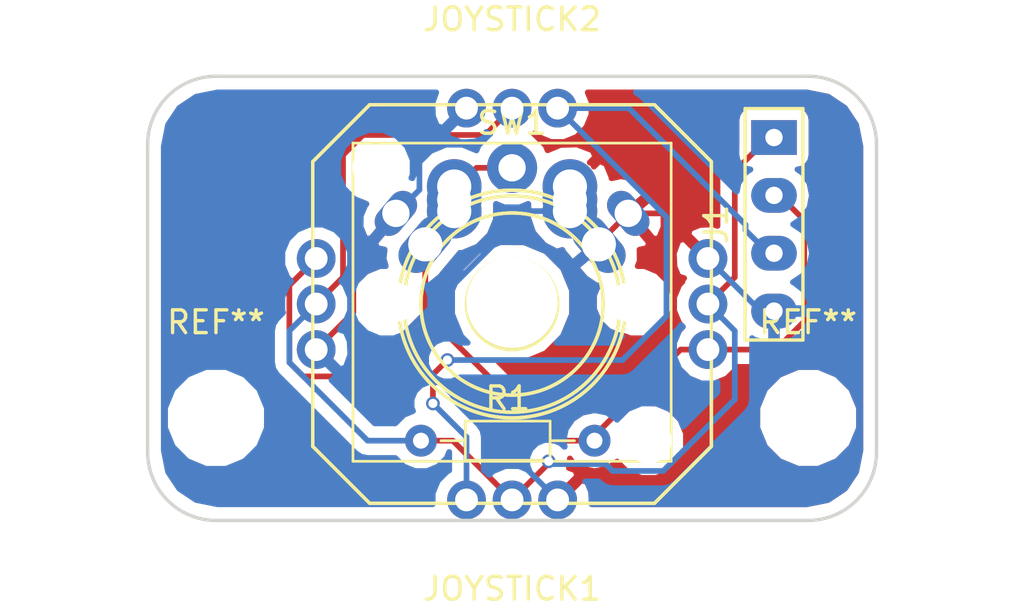
<source format=kicad_pcb>
(kicad_pcb (version 4) (host pcbnew 4.0.7)

  (general
    (links 25)
    (no_connects 0)
    (area -9.560143 -18.478 35.560143 8.578)
    (thickness 1.6)
    (drawings 8)
    (tracks 89)
    (zones 0)
    (modules 7)
    (nets 5)
  )

  (page A4)
  (layers
    (0 F.Cu signal)
    (31 B.Cu signal)
    (32 B.Adhes user)
    (33 F.Adhes user)
    (34 B.Paste user)
    (35 F.Paste user)
    (36 B.SilkS user)
    (37 F.SilkS user)
    (38 B.Mask user)
    (39 F.Mask user)
    (40 Dwgs.User user)
    (41 Cmts.User user)
    (42 Eco1.User user)
    (43 Eco2.User user)
    (44 Edge.Cuts user)
    (45 Margin user)
    (46 B.CrtYd user)
    (47 F.CrtYd user)
    (48 B.Fab user)
    (49 F.Fab user)
  )

  (setup
    (last_trace_width 0.25)
    (trace_clearance 0.203)
    (zone_clearance 0.508)
    (zone_45_only no)
    (trace_min 0.203)
    (segment_width 0.2)
    (edge_width 0.15)
    (via_size 0.6)
    (via_drill 0.4)
    (via_min_size 0.4)
    (via_min_drill 0.3)
    (uvia_size 0.3)
    (uvia_drill 0.1)
    (uvias_allowed no)
    (uvia_min_size 0.2)
    (uvia_min_drill 0.1)
    (pcb_text_width 0.3)
    (pcb_text_size 1.5 1.5)
    (mod_edge_width 0.15)
    (mod_text_size 1 1)
    (mod_text_width 0.15)
    (pad_size 3.2 3.2)
    (pad_drill 3.2)
    (pad_to_mask_clearance 0.2)
    (aux_axis_origin 0 0)
    (visible_elements FFFFFF7F)
    (pcbplotparams
      (layerselection 0x00030_80000001)
      (usegerberextensions false)
      (excludeedgelayer true)
      (linewidth 0.100000)
      (plotframeref false)
      (viasonmask false)
      (mode 1)
      (useauxorigin false)
      (hpglpennumber 1)
      (hpglpenspeed 20)
      (hpglpendiameter 15)
      (hpglpenoverlay 2)
      (psnegative false)
      (psa4output false)
      (plotreference true)
      (plotvalue true)
      (plotinvisibletext false)
      (padsonsilk false)
      (subtractmaskfromsilk false)
      (outputformat 1)
      (mirror false)
      (drillshape 1)
      (scaleselection 1)
      (outputdirectory ""))
  )

  (net 0 "")
  (net 1 +5V)
  (net 2 /out1)
  (net 3 /out2)
  (net 4 GND)

  (net_class Default "This is the default net class."
    (clearance 0.203)
    (trace_width 0.25)
    (via_dia 0.6)
    (via_drill 0.4)
    (uvia_dia 0.3)
    (uvia_drill 0.1)
    (add_net +5V)
    (add_net /out1)
    (add_net /out2)
    (add_net GND)
  )

  (module 4x6t2:Wirepad_01x04 (layer F.Cu) (tedit 5A8FD760) (tstamp 5A9D4FB6)
    (at 24.5 -8.5)
    (path /5A8D5866)
    (fp_text reference J1 (at -2.54 0 90) (layer F.SilkS)
      (effects (font (size 1 1) (thickness 0.15)))
    )
    (fp_text value Conn_01x04 (at 0 6.35) (layer F.Fab)
      (effects (font (size 1 1) (thickness 0.15)))
    )
    (fp_line (start -1.27 5.08) (end -1.27 -5.08) (layer F.SilkS) (width 0.15))
    (fp_line (start 1.27 5.08) (end -1.27 5.08) (layer F.SilkS) (width 0.15))
    (fp_line (start 1.27 -5.08) (end 1.27 5.08) (layer F.SilkS) (width 0.15))
    (fp_line (start -1.27 -5.08) (end 1.27 -5.08) (layer F.SilkS) (width 0.15))
    (pad 1 thru_hole rect (at 0 -3.81) (size 2 1.524) (drill 0.762) (layers *.Cu *.Mask)
      (net 1 +5V))
    (pad 2 thru_hole oval (at 0 -1.27) (size 2 1.524) (drill 0.762) (layers *.Cu *.Mask)
      (net 2 /out1))
    (pad 3 thru_hole oval (at 0 1.27) (size 2 1.524) (drill 0.762) (layers *.Cu *.Mask)
      (net 3 /out2))
    (pad 4 thru_hole oval (at 0 3.81) (size 2 1.524) (drill 0.762) (layers *.Cu *.Mask)
      (net 4 GND))
  )

  (module 4x6t2:JT8P-3.2T-B10K-1-16Y (layer F.Cu) (tedit 5A8A9D63) (tstamp 5A9D4FD2)
    (at 13 -5)
    (path /5A90DE43)
    (fp_text reference JOYSTICK1 (at 0 12.5) (layer F.SilkS)
      (effects (font (size 1 1) (thickness 0.15)))
    )
    (fp_text value JT8P-3.2T-B10K-1-16Y (at 0 11.5) (layer F.Fab)
      (effects (font (size 1 1) (thickness 0.15)))
    )
    (fp_circle (center 0 0) (end 0 -1.75) (layer F.SilkS) (width 0.15))
    (fp_circle (center 0 0) (end 0 -5) (layer F.SilkS) (width 0.15))
    (fp_circle (center 0 0) (end 0 -4.75) (layer F.SilkS) (width 0.15))
    (fp_circle (center 0 0) (end 0 0.5) (layer F.SilkS) (width 0.15))
    (fp_circle (center 0 0) (end 0 2) (layer F.SilkS) (width 0.15))
    (fp_circle (center 0 0) (end 0 4) (layer F.SilkS) (width 0.15))
    (fp_line (start -8.75 -6.25) (end -6.25 -8.75) (layer F.SilkS) (width 0.15))
    (fp_line (start -6.25 8.75) (end -8.75 6.25) (layer F.SilkS) (width 0.15))
    (fp_line (start 6.25 8.75) (end 8.75 6.25) (layer F.SilkS) (width 0.15))
    (fp_line (start 8.75 -6.25) (end 6.25 -8.75) (layer F.SilkS) (width 0.15))
    (fp_line (start 8.75 3.25) (end 8.75 6.25) (layer F.SilkS) (width 0.15))
    (fp_line (start -3.25 -8.75) (end -6.25 -8.75) (layer F.SilkS) (width 0.15))
    (fp_line (start -8.75 -6.25) (end -8.75 6.25) (layer F.SilkS) (width 0.15))
    (fp_line (start 8.75 -3.25) (end 8.75 -6.25) (layer F.SilkS) (width 0.15))
    (fp_line (start 6.25 -8.75) (end 3.25 -8.75) (layer F.SilkS) (width 0.15))
    (fp_line (start 6.25 8.75) (end -6.25 8.75) (layer F.SilkS) (width 0.15))
    (pad 1 thru_hole circle (at 2 -8.6) (size 1.7 1.7) (drill 1) (layers *.Cu *.Mask)
      (net 3 /out2))
    (pad 2 thru_hole circle (at 0 -8.6) (size 1.7 1.7) (drill 1) (layers *.Cu *.Mask)
      (net 1 +5V))
    (pad 3 thru_hole circle (at -2 -8.6) (size 1.7 1.7) (drill 1) (layers *.Cu *.Mask)
      (net 4 GND))
    (pad 4 thru_hole circle (at 8.6 2) (size 1.7 1.7) (drill 1) (layers *.Cu *.Mask)
      (net 2 /out1))
    (pad 5 thru_hole circle (at 8.6 0) (size 1.7 1.7) (drill 1) (layers *.Cu *.Mask)
      (net 1 +5V))
    (pad 6 thru_hole circle (at 8.6 -2) (size 1.7 1.7) (drill 1) (layers *.Cu *.Mask)
      (net 4 GND))
    (pad "" np_thru_hole circle (at 6 6) (size 2 2) (drill 2) (layers *.Cu *.Mask))
    (pad "" np_thru_hole circle (at -6 -6) (size 2 2) (drill 2) (layers *.Cu *.Mask))
  )

  (module 4x6t2:JT8P-3.2T-B10K-1-16Y (layer F.Cu) (tedit 5A8A9D63) (tstamp 5A9D4FEE)
    (at 13 -5 180)
    (path /5A8D488B)
    (fp_text reference JOYSTICK2 (at 0 12.5 180) (layer F.SilkS)
      (effects (font (size 1 1) (thickness 0.15)))
    )
    (fp_text value JT8P-3.2T-B10K-1-16Y (at 0 11.5 180) (layer F.Fab)
      (effects (font (size 1 1) (thickness 0.15)))
    )
    (fp_circle (center 0 0) (end 0 -1.75) (layer F.SilkS) (width 0.15))
    (fp_circle (center 0 0) (end 0 -5) (layer F.SilkS) (width 0.15))
    (fp_circle (center 0 0) (end 0 -4.75) (layer F.SilkS) (width 0.15))
    (fp_circle (center 0 0) (end 0 0.5) (layer F.SilkS) (width 0.15))
    (fp_circle (center 0 0) (end 0 2) (layer F.SilkS) (width 0.15))
    (fp_circle (center 0 0) (end 0 4) (layer F.SilkS) (width 0.15))
    (fp_line (start -8.75 -6.25) (end -6.25 -8.75) (layer F.SilkS) (width 0.15))
    (fp_line (start -6.25 8.75) (end -8.75 6.25) (layer F.SilkS) (width 0.15))
    (fp_line (start 6.25 8.75) (end 8.75 6.25) (layer F.SilkS) (width 0.15))
    (fp_line (start 8.75 -6.25) (end 6.25 -8.75) (layer F.SilkS) (width 0.15))
    (fp_line (start 8.75 3.25) (end 8.75 6.25) (layer F.SilkS) (width 0.15))
    (fp_line (start -3.25 -8.75) (end -6.25 -8.75) (layer F.SilkS) (width 0.15))
    (fp_line (start -8.75 -6.25) (end -8.75 6.25) (layer F.SilkS) (width 0.15))
    (fp_line (start 8.75 -3.25) (end 8.75 -6.25) (layer F.SilkS) (width 0.15))
    (fp_line (start 6.25 -8.75) (end 3.25 -8.75) (layer F.SilkS) (width 0.15))
    (fp_line (start 6.25 8.75) (end -6.25 8.75) (layer F.SilkS) (width 0.15))
    (pad 1 thru_hole circle (at 2 -8.6 180) (size 1.7 1.7) (drill 1) (layers *.Cu *.Mask)
      (net 3 /out2))
    (pad 2 thru_hole circle (at 0 -8.6 180) (size 1.7 1.7) (drill 1) (layers *.Cu *.Mask)
      (net 1 +5V))
    (pad 3 thru_hole circle (at -2 -8.6 180) (size 1.7 1.7) (drill 1) (layers *.Cu *.Mask)
      (net 4 GND))
    (pad 4 thru_hole circle (at 8.6 2 180) (size 1.7 1.7) (drill 1) (layers *.Cu *.Mask)
      (net 2 /out1))
    (pad 5 thru_hole circle (at 8.6 0 180) (size 1.7 1.7) (drill 1) (layers *.Cu *.Mask)
      (net 1 +5V))
    (pad 6 thru_hole circle (at 8.6 -2 180) (size 1.7 1.7) (drill 1) (layers *.Cu *.Mask)
      (net 4 GND))
    (pad "" np_thru_hole circle (at 6 6 180) (size 2 2) (drill 2) (layers *.Cu *.Mask))
    (pad "" np_thru_hole circle (at -6 -6 180) (size 2 2) (drill 2) (layers *.Cu *.Mask))
  )

  (module Resistors_THT:R_Axial_DIN0204_L3.6mm_D1.6mm_P7.62mm_Horizontal (layer F.Cu) (tedit 5874F706) (tstamp 5A9D5004)
    (at 9 1)
    (descr "Resistor, Axial_DIN0204 series, Axial, Horizontal, pin pitch=7.62mm, 0.16666666666666666W = 1/6W, length*diameter=3.6*1.6mm^2, http://cdn-reichelt.de/documents/datenblatt/B400/1_4W%23YAG.pdf")
    (tags "Resistor Axial_DIN0204 series Axial Horizontal pin pitch 7.62mm 0.16666666666666666W = 1/6W length 3.6mm diameter 1.6mm")
    (path /5A8FC60F)
    (fp_text reference R1 (at 3.81 -1.86) (layer F.SilkS)
      (effects (font (size 1 1) (thickness 0.15)))
    )
    (fp_text value R (at 3.81 1.86) (layer F.Fab)
      (effects (font (size 1 1) (thickness 0.15)))
    )
    (fp_line (start 2.01 -0.8) (end 2.01 0.8) (layer F.Fab) (width 0.1))
    (fp_line (start 2.01 0.8) (end 5.61 0.8) (layer F.Fab) (width 0.1))
    (fp_line (start 5.61 0.8) (end 5.61 -0.8) (layer F.Fab) (width 0.1))
    (fp_line (start 5.61 -0.8) (end 2.01 -0.8) (layer F.Fab) (width 0.1))
    (fp_line (start 0 0) (end 2.01 0) (layer F.Fab) (width 0.1))
    (fp_line (start 7.62 0) (end 5.61 0) (layer F.Fab) (width 0.1))
    (fp_line (start 1.95 -0.86) (end 1.95 0.86) (layer F.SilkS) (width 0.12))
    (fp_line (start 1.95 0.86) (end 5.67 0.86) (layer F.SilkS) (width 0.12))
    (fp_line (start 5.67 0.86) (end 5.67 -0.86) (layer F.SilkS) (width 0.12))
    (fp_line (start 5.67 -0.86) (end 1.95 -0.86) (layer F.SilkS) (width 0.12))
    (fp_line (start 0.88 0) (end 1.95 0) (layer F.SilkS) (width 0.12))
    (fp_line (start 6.74 0) (end 5.67 0) (layer F.SilkS) (width 0.12))
    (fp_line (start -0.95 -1.15) (end -0.95 1.15) (layer F.CrtYd) (width 0.05))
    (fp_line (start -0.95 1.15) (end 8.6 1.15) (layer F.CrtYd) (width 0.05))
    (fp_line (start 8.6 1.15) (end 8.6 -1.15) (layer F.CrtYd) (width 0.05))
    (fp_line (start 8.6 -1.15) (end -0.95 -1.15) (layer F.CrtYd) (width 0.05))
    (pad 1 thru_hole circle (at 0 0) (size 1.4 1.4) (drill 0.7) (layers *.Cu *.Mask)
      (net 1 +5V))
    (pad 2 thru_hole oval (at 7.62 0) (size 1.4 1.4) (drill 0.7) (layers *.Cu *.Mask)
      (net 2 /out1))
    (model ${KISYS3DMOD}/Resistors_THT.3dshapes/R_Axial_DIN0204_L3.6mm_D1.6mm_P7.62mm_Horizontal.wrl
      (at (xyz 0 0 0))
      (scale (xyz 0.393701 0.393701 0.393701))
      (rotate (xyz 0 0 0))
    )
  )

  (module Mounting_Holes:MountingHole_3.2mm_M3 (layer F.Cu) (tedit 56D1B4CB) (tstamp 5A9D53CC)
    (at 0 0)
    (descr "Mounting Hole 3.2mm, no annular, M3")
    (tags "mounting hole 3.2mm no annular m3")
    (attr virtual)
    (fp_text reference REF** (at 0 -4.2) (layer F.SilkS)
      (effects (font (size 1 1) (thickness 0.15)))
    )
    (fp_text value MountingHole_3.2mm_M3 (at 0 4.2) (layer F.Fab)
      (effects (font (size 1 1) (thickness 0.15)))
    )
    (fp_text user %R (at 0.3 0) (layer F.Fab)
      (effects (font (size 1 1) (thickness 0.15)))
    )
    (fp_circle (center 0 0) (end 3.2 0) (layer Cmts.User) (width 0.15))
    (fp_circle (center 0 0) (end 3.45 0) (layer F.CrtYd) (width 0.05))
    (pad 1 np_thru_hole circle (at 0 0) (size 3.2 3.2) (drill 3.2) (layers *.Cu *.Mask))
  )

  (module Mounting_Holes:MountingHole_3.2mm_M3 (layer F.Cu) (tedit 56D1B4CB) (tstamp 5A9D53DD)
    (at 26 0)
    (descr "Mounting Hole 3.2mm, no annular, M3")
    (tags "mounting hole 3.2mm no annular m3")
    (attr virtual)
    (fp_text reference REF** (at 0 -4.2) (layer F.SilkS)
      (effects (font (size 1 1) (thickness 0.15)))
    )
    (fp_text value MountingHole_3.2mm_M3 (at 0 4.2) (layer F.Fab)
      (effects (font (size 1 1) (thickness 0.15)))
    )
    (fp_text user %R (at 0.3 0) (layer F.Fab)
      (effects (font (size 1 1) (thickness 0.15)))
    )
    (fp_circle (center 0 0) (end 3.2 0) (layer Cmts.User) (width 0.15))
    (fp_circle (center 0 0) (end 3.45 0) (layer F.CrtYd) (width 0.05))
    (pad 1 np_thru_hole circle (at 0 0) (size 3.2 3.2) (drill 3.2) (layers *.Cu *.Mask))
  )

  (module 4x6t2:MX_ALPS_KH_u1.00 (layer F.Cu) (tedit 5A9FD729) (tstamp 5A9FF5F3)
    (at 13 -5.08)
    (descr "Cherry MX keyswitch, MX1A, 1u, PCB mount, http://cherryamericas.com/wp-content/uploads/2014/12/mx_cat.pdf")
    (tags "cherry mx keyswitch MX1A 1u PCB")
    (path /5A8D490E)
    (fp_text reference SW1 (at 0 -7.874) (layer F.SilkS)
      (effects (font (size 1 1) (thickness 0.15)))
    )
    (fp_text value SW_DIP_x01 (at 0 7.874) (layer F.Fab)
      (effects (font (size 1 1) (thickness 0.15)))
    )
    (fp_text user %R (at 0 -7.874) (layer F.Fab)
      (effects (font (size 1 1) (thickness 0.15)))
    )
    (fp_line (start -6.35 -6.35) (end 6.35 -6.35) (layer F.Fab) (width 0.15))
    (fp_line (start 6.35 -6.35) (end 6.35 6.35) (layer F.Fab) (width 0.15))
    (fp_line (start 6.35 6.35) (end -6.35 6.35) (layer F.Fab) (width 0.15))
    (fp_line (start -6.35 6.35) (end -6.35 -6.35) (layer F.Fab) (width 0.15))
    (fp_line (start -7.24 7.24) (end -7.24 -7.24) (layer F.CrtYd) (width 0.05))
    (fp_line (start 7.24 7.24) (end -7.24 7.24) (layer F.CrtYd) (width 0.05))
    (fp_line (start 7.24 -7.24) (end 7.24 7.24) (layer F.CrtYd) (width 0.05))
    (fp_line (start -7.24 -7.24) (end 7.24 -7.24) (layer F.CrtYd) (width 0.05))
    (fp_line (start -9.525 -9.525) (end 9.525 -9.525) (layer Dwgs.User) (width 0.15))
    (fp_line (start 9.525 -9.525) (end 9.525 9.525) (layer Dwgs.User) (width 0.15))
    (fp_line (start 9.525 9.525) (end -9.525 9.525) (layer Dwgs.User) (width 0.15))
    (fp_line (start -9.525 9.525) (end -9.525 -9.525) (layer Dwgs.User) (width 0.15))
    (fp_line (start -6.985 -6.985) (end 6.985 -6.985) (layer F.SilkS) (width 0.12))
    (fp_line (start 6.985 -6.985) (end 6.985 6.985) (layer F.SilkS) (width 0.12))
    (fp_line (start 6.985 6.985) (end -6.985 6.985) (layer F.SilkS) (width 0.12))
    (fp_line (start -6.985 6.985) (end -6.985 -6.985) (layer F.SilkS) (width 0.12))
    (pad 1 thru_hole circle (at 2.54 -4.5) (size 2.4 2.4) (drill 1.5) (layers *.Cu *.Mask)
      (net 4 GND))
    (pad 2 thru_hole oval (at -3.81 -2.54 50) (size 2.8 1.55) (drill 1.5) (layers *.Cu *.Mask)
      (net 2 /out1))
    (pad "" np_thru_hole circle (at 0 0) (size 4 4) (drill 4) (layers *.Cu *.Mask))
    (pad "" np_thru_hole circle (at -5.08 0) (size 1.7 1.7) (drill 1.7) (layers *.Cu *.Mask))
    (pad "" np_thru_hole circle (at 5.08 0) (size 1.7 1.7) (drill 1.7) (layers *.Cu *.Mask))
    (pad "" np_thru_hole circle (at -5.5 0) (size 1.9 1.9) (drill 1.9) (layers *.Cu *.Mask))
    (pad "" np_thru_hole circle (at 5.5 0) (size 1.9 1.9) (drill 1.9) (layers *.Cu *.Mask))
    (pad 1 thru_hole oval (at 3.81 -2.54 310) (size 2.8 1.55) (drill 1.5) (layers *.Cu *.Mask)
      (net 4 GND))
    (pad 1 thru_hole circle (at 2.54 -4 310) (size 2.4 2.4) (drill 1.5) (layers *.Cu *.Mask)
      (net 4 GND))
    (pad 1 thru_hole circle (at 2.54 -5.08) (size 2.4 2.4) (drill 1.5) (layers *.Cu *.Mask)
      (net 4 GND))
    (pad 2 thru_hole circle (at -2.54 -4.5) (size 2.4 2.4) (drill 1.5) (layers *.Cu *.Mask)
      (net 2 /out1))
    (pad 2 thru_hole circle (at -2.54 -4) (size 2.4 2.4) (drill 1.5) (layers *.Cu *.Mask)
      (net 2 /out1))
    (pad 2 thru_hole circle (at -2.54 -5.08) (size 2.4 2.4) (drill 1.5) (layers *.Cu *.Mask)
      (net 2 /out1))
    (pad 2 thru_hole circle (at 0 -5.9) (size 2.2 2.2) (drill 1.2) (layers *.Cu *.Mask)
      (net 2 /out1))
    (pad 1 thru_hole oval (at 5.1 -3.9 310) (size 2.2 1.25) (drill 1.2) (layers *.Cu *.Mask)
      (net 4 GND))
    (pad 1 thru_hole oval (at -5.1 -3.9 50) (size 2.2 1.25) (drill 1.2) (layers *.Cu *.Mask)
      (net 4 GND))
    (model ${KISYS3DMOD}/Buttons_Switches_Keyboard.3dshapes/SW_Cherry_MX1A_1.00u_PCB.wrl
      (at (xyz 0 0 0))
      (scale (xyz 1 1 1))
      (rotate (xyz 0 0 0))
    )
  )

  (gr_arc (start 0 1.5) (end 0 4.5) (angle 90) (layer Edge.Cuts) (width 0.15))
  (gr_arc (start 26 1.5) (end 29 1.5) (angle 90) (layer Edge.Cuts) (width 0.15))
  (gr_arc (start 26 -12) (end 26 -15) (angle 90) (layer Edge.Cuts) (width 0.15))
  (gr_arc (start 0 -12) (end -3 -12) (angle 90) (layer Edge.Cuts) (width 0.15))
  (gr_line (start -3 -12) (end -3 1.5) (layer Edge.Cuts) (width 0.15))
  (gr_line (start 26 -15) (end 0 -15) (layer Edge.Cuts) (width 0.15))
  (gr_line (start 29 1.5) (end 29 -12) (layer Edge.Cuts) (width 0.15))
  (gr_line (start 0 4.5) (end 26 4.5) (layer Edge.Cuts) (width 0.15))

  (segment (start 21.6 -5) (end 22.778001 -3.821999) (width 0.25) (layer B.Cu) (net 1))
  (segment (start 22.778001 -3.821999) (end 22.778001 -0.812559) (width 0.25) (layer B.Cu) (net 1))
  (segment (start 22.778001 -0.812559) (end 19.637441 2.328001) (width 0.25) (layer B.Cu) (net 1))
  (segment (start 19.637441 2.328001) (end 17.413441 2.328001) (width 0.25) (layer B.Cu) (net 1))
  (segment (start 17.413441 2.328001) (end 17.113441 2.028001) (width 0.25) (layer B.Cu) (net 1))
  (segment (start 14.605 1.905) (end 14.605 1.995) (width 0.25) (layer F.Cu) (net 1))
  (segment (start 14.605 1.995) (end 13 3.6) (width 0.25) (layer F.Cu) (net 1))
  (segment (start 14.728001 2.028001) (end 14.605 1.905) (width 0.25) (layer B.Cu) (net 1))
  (segment (start 17.113441 2.028001) (end 14.728001 2.028001) (width 0.25) (layer B.Cu) (net 1))
  (via (at 14.605 1.905) (size 0.6) (drill 0.4) (layers F.Cu B.Cu) (net 1))
  (segment (start 9 1) (end 6.656558 1) (width 0.25) (layer B.Cu) (net 1))
  (segment (start 6.656558 1) (end 3.221999 -2.434559) (width 0.25) (layer B.Cu) (net 1))
  (segment (start 3.221999 -2.434559) (end 3.221999 -3.821999) (width 0.25) (layer B.Cu) (net 1))
  (segment (start 3.221999 -3.821999) (end 3.550001 -4.150001) (width 0.25) (layer B.Cu) (net 1))
  (segment (start 3.550001 -4.150001) (end 4.4 -5) (width 0.25) (layer B.Cu) (net 1))
  (segment (start 13 3.6) (end 10.4 1) (width 0.25) (layer F.Cu) (net 1))
  (segment (start 10.4 1) (end 9 1) (width 0.25) (layer F.Cu) (net 1))
  (segment (start 21.6 -5) (end 22.778001 -6.178001) (width 0.25) (layer F.Cu) (net 1))
  (segment (start 22.778001 -6.178001) (end 22.778001 -10.826001) (width 0.25) (layer F.Cu) (net 1))
  (segment (start 22.778001 -10.826001) (end 24.262 -12.31) (width 0.25) (layer F.Cu) (net 1))
  (segment (start 24.262 -12.31) (end 24.5 -12.31) (width 0.25) (layer F.Cu) (net 1))
  (segment (start 5.578001 -11.543443) (end 6.456557 -12.421999) (width 0.25) (layer F.Cu) (net 1))
  (segment (start 4.4 -5) (end 5.578001 -6.178001) (width 0.25) (layer F.Cu) (net 1))
  (segment (start 5.578001 -6.178001) (end 5.578001 -11.543443) (width 0.25) (layer F.Cu) (net 1))
  (segment (start 6.456557 -12.421999) (end 11.821999 -12.421999) (width 0.25) (layer F.Cu) (net 1))
  (segment (start 11.821999 -12.421999) (end 12.150001 -12.750001) (width 0.25) (layer F.Cu) (net 1))
  (segment (start 12.150001 -12.750001) (end 13 -13.6) (width 0.25) (layer F.Cu) (net 1))
  (segment (start 9.19 -7.62) (end 9.19 -7.81) (width 0.25) (layer F.Cu) (net 2))
  (segment (start 9.19 -7.81) (end 10.46 -9.08) (width 0.25) (layer F.Cu) (net 2))
  (segment (start 9.19 -4.606558) (end 14.796558 1) (width 0.25) (layer F.Cu) (net 2))
  (segment (start 14.796558 1) (end 16.62 1) (width 0.25) (layer F.Cu) (net 2))
  (segment (start 21.6 -3) (end 20.397919 -3) (width 0.25) (layer F.Cu) (net 2))
  (segment (start 16.62 0.777919) (end 16.62 1) (width 0.25) (layer F.Cu) (net 2))
  (segment (start 20.397919 -3) (end 16.62 0.777919) (width 0.25) (layer F.Cu) (net 2))
  (segment (start 24.5 -9.77) (end 24.738 -9.77) (width 0.25) (layer F.Cu) (net 2))
  (segment (start 24.738 -9.77) (end 25.82801 -8.67999) (width 0.25) (layer F.Cu) (net 2))
  (segment (start 25.82801 -8.67999) (end 25.82801 -4.238504) (width 0.25) (layer F.Cu) (net 2))
  (segment (start 25.82801 -4.238504) (end 24.589506 -3) (width 0.25) (layer F.Cu) (net 2))
  (segment (start 24.589506 -3) (end 22.802081 -3) (width 0.25) (layer F.Cu) (net 2))
  (segment (start 22.802081 -3) (end 21.6 -3) (width 0.25) (layer F.Cu) (net 2))
  (segment (start 13 -10.98) (end 11.444366 -10.98) (width 0.25) (layer F.Cu) (net 2))
  (segment (start 11.444366 -10.98) (end 10.624366 -10.16) (width 0.25) (layer F.Cu) (net 2))
  (segment (start 10.624366 -10.16) (end 10.46 -10.16) (width 0.25) (layer F.Cu) (net 2))
  (segment (start 4.4 -7) (end 3.221999 -5.821999) (width 0.25) (layer F.Cu) (net 2))
  (segment (start 9.19 -6.380025) (end 9.19 -7.62) (width 0.25) (layer F.Cu) (net 2))
  (segment (start 3.221999 -5.821999) (end 3.221999 -2.434559) (width 0.25) (layer F.Cu) (net 2))
  (segment (start 3.221999 -2.434559) (end 3.834559 -1.821999) (width 0.25) (layer F.Cu) (net 2))
  (segment (start 3.834559 -1.821999) (end 6.405441 -1.821999) (width 0.25) (layer F.Cu) (net 2))
  (segment (start 6.405441 -1.821999) (end 9.19 -4.606558) (width 0.25) (layer F.Cu) (net 2))
  (segment (start 9.19 -4.606558) (end 9.19 -6.380025) (width 0.25) (layer F.Cu) (net 2))
  (segment (start 10.16 -2.54) (end 17.851442 -2.54) (width 0.25) (layer B.Cu) (net 3))
  (segment (start 17.851442 -2.54) (end 19.778001 -4.466559) (width 0.25) (layer B.Cu) (net 3))
  (segment (start 19.778001 -4.466559) (end 19.778001 -8.821999) (width 0.25) (layer B.Cu) (net 3))
  (segment (start 19.778001 -8.821999) (end 15.849999 -12.750001) (width 0.25) (layer B.Cu) (net 3))
  (segment (start 15.849999 -12.750001) (end 15 -13.6) (width 0.25) (layer B.Cu) (net 3))
  (segment (start 9.525 -0.635) (end 9.525 -1.905) (width 0.25) (layer F.Cu) (net 3))
  (segment (start 9.525 -1.905) (end 10.16 -2.54) (width 0.25) (layer F.Cu) (net 3))
  (via (at 10.16 -2.54) (size 0.6) (drill 0.4) (layers F.Cu B.Cu) (net 3))
  (segment (start 11 3.6) (end 11 0.84) (width 0.25) (layer B.Cu) (net 3))
  (segment (start 11 0.84) (end 9.525 -0.635) (width 0.25) (layer B.Cu) (net 3))
  (via (at 9.525 -0.635) (size 0.6) (drill 0.4) (layers F.Cu B.Cu) (net 3))
  (segment (start 15 -13.6) (end 18.13 -13.6) (width 0.25) (layer B.Cu) (net 3))
  (segment (start 18.13 -13.6) (end 23.25 -8.48) (width 0.25) (layer B.Cu) (net 3))
  (segment (start 23.25 -8.48) (end 23.25 -8.242) (width 0.25) (layer B.Cu) (net 3))
  (segment (start 23.25 -8.242) (end 24.262 -7.23) (width 0.25) (layer B.Cu) (net 3))
  (segment (start 24.262 -7.23) (end 24.5 -7.23) (width 0.25) (layer B.Cu) (net 3))
  (segment (start 16.81 -7.62) (end 16.81 -7.81) (width 0.25) (layer F.Cu) (net 4))
  (segment (start 16.81 -7.81) (end 15.54 -9.08) (width 0.25) (layer F.Cu) (net 4))
  (segment (start 21.6 -7) (end 23.91 -4.69) (width 0.25) (layer B.Cu) (net 4))
  (segment (start 23.91 -4.69) (end 24.5 -4.69) (width 0.25) (layer B.Cu) (net 4))
  (segment (start 6.733443 -2.150001) (end 9.249999 -2.150001) (width 0.25) (layer B.Cu) (net 4))
  (segment (start 9.249999 -2.150001) (end 15 3.6) (width 0.25) (layer B.Cu) (net 4))
  (segment (start 4.4 -3) (end 5.249999 -2.150001) (width 0.25) (layer B.Cu) (net 4))
  (segment (start 6.733443 -2.150001) (end 13.663442 -9.08) (width 0.25) (layer B.Cu) (net 4))
  (segment (start 5.249999 -2.150001) (end 6.733443 -2.150001) (width 0.25) (layer B.Cu) (net 4))
  (segment (start 13.663442 -9.08) (end 13.842944 -9.08) (width 0.25) (layer B.Cu) (net 4))
  (segment (start 13.842944 -9.08) (end 15.54 -9.08) (width 0.25) (layer B.Cu) (net 4))
  (segment (start 21.6 -7) (end 19.62 -8.98) (width 0.25) (layer F.Cu) (net 4))
  (segment (start 19.62 -8.98) (end 18.1 -8.98) (width 0.25) (layer F.Cu) (net 4))
  (segment (start 16.81 -7.62) (end 16.81 -7.69) (width 0.25) (layer F.Cu) (net 4))
  (segment (start 16.81 -7.69) (end 18.1 -8.98) (width 0.25) (layer F.Cu) (net 4))
  (segment (start 11 -13.6) (end 8.931999 -11.531999) (width 0.25) (layer B.Cu) (net 4))
  (segment (start 8.931999 -11.531999) (end 8.931999 -10.011999) (width 0.25) (layer B.Cu) (net 4))
  (segment (start 8.931999 -10.011999) (end 8.745567 -9.825567) (width 0.25) (layer B.Cu) (net 4))
  (segment (start 8.745567 -9.825567) (end 7.9 -8.98) (width 0.25) (layer B.Cu) (net 4))
  (segment (start 4.4 -3) (end 6.031012 -4.631012) (width 0.25) (layer F.Cu) (net 4))
  (segment (start 6.031012 -7.111012) (end 7.054433 -8.134433) (width 0.25) (layer F.Cu) (net 4))
  (segment (start 6.031012 -4.631012) (end 6.031012 -7.111012) (width 0.25) (layer F.Cu) (net 4))
  (segment (start 7.054433 -8.134433) (end 7.9 -8.98) (width 0.25) (layer F.Cu) (net 4))

  (zone (net 4) (net_name GND) (layer F.Cu) (tstamp 0) (hatch edge 0.508)
    (connect_pads (clearance 0.508))
    (min_thickness 0.254)
    (fill yes (arc_segments 16) (thermal_gap 0.508) (thermal_bridge_width 0.508))
    (polygon
      (pts
        (xy 29.21 -15.24) (xy 29.21 5.08) (xy -3.81 5.08) (xy -3.81 -15.24)
      )
    )
    (filled_polygon
      (pts
        (xy 26.871023 -14.102833) (xy 27.609439 -13.609439) (xy 28.102833 -12.871023) (xy 28.29 -11.930069) (xy 28.29 1.430069)
        (xy 28.102833 2.371023) (xy 27.609439 3.109439) (xy 26.871023 3.602833) (xy 25.930069 3.79) (xy 16.494986 3.79)
        (xy 16.470315 3.238542) (xy 16.295259 2.81592) (xy 16.043958 2.735647) (xy 15.179605 3.6) (xy 15.193748 3.614143)
        (xy 15.01789 3.79) (xy 15.010395 3.79) (xy 15 3.779605) (xy 14.989605 3.79) (xy 14.98211 3.79)
        (xy 14.806253 3.614143) (xy 14.820395 3.6) (xy 14.806253 3.585858) (xy 14.985858 3.406253) (xy 15 3.420395)
        (xy 15.864353 2.556042) (xy 15.78408 2.304741) (xy 15.494966 2.199863) (xy 15.539838 2.091799) (xy 15.54011 1.779738)
        (xy 15.649858 1.943988) (xy 16.082964 2.233379) (xy 16.593846 2.335) (xy 16.646154 2.335) (xy 17.157036 2.233379)
        (xy 17.590142 1.943988) (xy 17.609194 1.915475) (xy 17.613106 1.924943) (xy 18.072637 2.385278) (xy 18.673352 2.634716)
        (xy 19.323795 2.635284) (xy 19.924943 2.386894) (xy 20.385278 1.927363) (xy 20.634716 1.326648) (xy 20.635284 0.676205)
        (xy 20.538768 0.442619) (xy 23.764613 0.442619) (xy 24.104155 1.264372) (xy 24.732321 1.893636) (xy 25.553481 2.234611)
        (xy 26.442619 2.235387) (xy 27.264372 1.895845) (xy 27.893636 1.267679) (xy 28.234611 0.446519) (xy 28.235387 -0.442619)
        (xy 27.895845 -1.264372) (xy 27.267679 -1.893636) (xy 26.446519 -2.234611) (xy 25.557381 -2.235387) (xy 24.735628 -1.895845)
        (xy 24.106364 -1.267679) (xy 23.765389 -0.446519) (xy 23.764613 0.442619) (xy 20.538768 0.442619) (xy 20.386894 0.075057)
        (xy 19.927363 -0.385278) (xy 19.326648 -0.634716) (xy 19.107628 -0.634907) (xy 20.486362 -2.013641) (xy 20.757717 -1.741812)
        (xy 21.303319 -1.515258) (xy 21.894089 -1.514743) (xy 22.440086 -1.740344) (xy 22.858188 -2.157717) (xy 22.892355 -2.24)
        (xy 24.589506 -2.24) (xy 24.880345 -2.297852) (xy 25.126907 -2.462599) (xy 26.365411 -3.701103) (xy 26.530158 -3.947665)
        (xy 26.58801 -4.238504) (xy 26.58801 -8.67999) (xy 26.530158 -8.970829) (xy 26.365411 -9.217391) (xy 26.108262 -9.47454)
        (xy 26.167032 -9.77) (xy 26.060692 -10.304609) (xy 25.75786 -10.757828) (xy 25.534525 -10.907056) (xy 25.735317 -10.944838)
        (xy 25.951441 -11.08391) (xy 26.096431 -11.29611) (xy 26.14744 -11.548) (xy 26.14744 -13.072) (xy 26.103162 -13.307317)
        (xy 25.96409 -13.523441) (xy 25.75189 -13.668431) (xy 25.5 -13.71944) (xy 23.5 -13.71944) (xy 23.264683 -13.675162)
        (xy 23.048559 -13.53609) (xy 22.903569 -13.32389) (xy 22.85256 -13.072) (xy 22.85256 -11.975362) (xy 22.2406 -11.363402)
        (xy 22.075853 -11.11684) (xy 22.018001 -10.826001) (xy 22.018001 -8.428056) (xy 21.828721 -8.496718) (xy 21.238542 -8.470315)
        (xy 20.81592 -8.295259) (xy 20.735647 -8.043958) (xy 21.6 -7.179605) (xy 21.614143 -7.193748) (xy 21.793748 -7.014143)
        (xy 21.779605 -7) (xy 21.793748 -6.985858) (xy 21.614143 -6.806253) (xy 21.6 -6.820395) (xy 21.585858 -6.806253)
        (xy 21.406253 -6.985858) (xy 21.420395 -7) (xy 20.556042 -7.864353) (xy 20.304741 -7.78408) (xy 20.103282 -7.228721)
        (xy 20.129685 -6.638542) (xy 20.304741 -6.21592) (xy 20.55604 -6.135648) (xy 20.44133 -6.020938) (xy 20.48102 -5.981248)
        (xy 20.341812 -5.842283) (xy 20.115258 -5.296681) (xy 20.114743 -4.705911) (xy 20.340344 -4.159914) (xy 20.499892 -4.000087)
        (xy 20.341812 -3.842283) (xy 20.299517 -3.740427) (xy 20.107079 -3.702148) (xy 19.860518 -3.537401) (xy 16.656132 -0.333015)
        (xy 16.646154 -0.335) (xy 16.593846 -0.335) (xy 16.082964 -0.233379) (xy 15.649858 0.056012) (xy 15.526922 0.24)
        (xy 15.11136 0.24) (xy 12.392055 -2.479305) (xy 12.473567 -2.445458) (xy 13.521834 -2.444543) (xy 14.490658 -2.844853)
        (xy 15.232542 -3.585443) (xy 15.634542 -4.553567) (xy 15.635457 -5.601834) (xy 15.235147 -6.570658) (xy 14.494557 -7.312542)
        (xy 13.526433 -7.714542) (xy 12.478166 -7.715457) (xy 11.509342 -7.315147) (xy 10.767458 -6.574557) (xy 10.365458 -5.606433)
        (xy 10.364543 -4.558166) (xy 10.4007 -4.47066) (xy 9.95 -4.92136) (xy 9.95 -6.332163) (xy 10.697491 -7.222987)
        (xy 10.709448 -7.244781) (xy 10.823403 -7.244682) (xy 11.498086 -7.523455) (xy 12.01473 -8.039199) (xy 12.294681 -8.713395)
        (xy 12.295275 -9.393997) (xy 12.653373 -9.245301) (xy 13.343599 -9.244699) (xy 13.709524 -9.395896) (xy 13.716214 -9.162557)
        (xy 13.780247 -9.007967) (xy 13.686772 -8.8231) (xy 13.926152 -8.133455) (xy 14.411226 -7.587913) (xy 14.965193 -7.299537)
        (xy 15.20989 -7.373521) (xy 15.246501 -7.289735) (xy 15.648243 -6.810957) (xy 16.388527 -7.432129) (xy 16.486545 -7.466152)
        (xy 16.855622 -7.794321) (xy 17.004243 -7.617202) (xy 16.988922 -7.604346) (xy 17.001777 -7.589026) (xy 16.807202 -7.425757)
        (xy 16.794346 -7.441078) (xy 15.811511 -6.616382) (xy 16.213254 -6.137604) (xy 16.673327 -5.831895) (xy 16.775919 -5.811761)
        (xy 16.595258 -5.376681) (xy 16.594743 -4.785911) (xy 16.820344 -4.239914) (xy 17.237717 -3.821812) (xy 17.783319 -3.595258)
        (xy 17.942892 -3.595119) (xy 18.183341 -3.495276) (xy 18.813893 -3.494725) (xy 19.396657 -3.735519) (xy 19.842914 -4.180997)
        (xy 20.084724 -4.763341) (xy 20.085275 -5.393893) (xy 19.844481 -5.976657) (xy 19.399003 -6.422914) (xy 18.816659 -6.664724)
        (xy 18.516429 -6.664986) (xy 18.605308 -6.891816) (xy 18.595775 -7.386804) (xy 18.905336 -7.452635) (xy 18.942107 -7.476189)
        (xy 19.011183 -7.696517) (xy 18.084346 -8.801078) (xy 18.069026 -8.788223) (xy 17.921241 -8.964346) (xy 18.278922 -8.964346)
        (xy 19.205758 -7.859785) (xy 19.434735 -7.889553) (xy 19.464315 -7.921675) (xy 19.649461 -8.379796) (xy 19.645197 -8.873896)
        (xy 19.452174 -9.328754) (xy 19.14685 -9.692625) (xy 18.278922 -8.964346) (xy 17.921241 -8.964346) (xy 17.905757 -8.982798)
        (xy 17.921078 -8.995654) (xy 17.908223 -9.010974) (xy 18.102798 -9.174243) (xy 18.115654 -9.158922) (xy 18.983582 -9.8872)
        (xy 18.678258 -10.251071) (xy 18.263828 -10.520147) (xy 17.777975 -10.610145) (xy 17.365364 -10.5224) (xy 17.363786 -10.577443)
        (xy 17.124788 -11.154435) (xy 16.837175 -11.27757) (xy 16.591381 -11.031776) (xy 16.534435 -11.164788) (xy 16.411879 -11.211484)
        (xy 16.65757 -11.457175) (xy 16.534435 -11.744788) (xy 15.852266 -12.004707) (xy 15.122557 -11.983786) (xy 14.558974 -11.750342)
        (xy 14.471719 -11.961515) (xy 13.984082 -12.450004) (xy 13.959968 -12.460017) (xy 13.999913 -12.499892) (xy 14.157717 -12.341812)
        (xy 14.703319 -12.115258) (xy 15.294089 -12.114743) (xy 15.840086 -12.340344) (xy 16.258188 -12.757717) (xy 16.484742 -13.303319)
        (xy 16.485257 -13.894089) (xy 16.32167 -14.29) (xy 25.930069 -14.29)
      )
    )
    (filled_polygon
      (pts
        (xy 4.593748 -3.014143) (xy 4.579605 -3) (xy 4.593748 -2.985858) (xy 4.414143 -2.806253) (xy 4.4 -2.820395)
        (xy 4.385858 -2.806253) (xy 4.206253 -2.985858) (xy 4.220395 -3) (xy 4.206253 -3.014143) (xy 4.385858 -3.193748)
        (xy 4.4 -3.179605) (xy 4.414143 -3.193748)
      )
    )
    (filled_polygon
      (pts
        (xy 24.627 -4.817) (xy 24.647 -4.817) (xy 24.647 -4.563) (xy 24.627 -4.563) (xy 24.627 -4.543)
        (xy 24.373 -4.543) (xy 24.373 -4.563) (xy 24.353 -4.563) (xy 24.353 -4.817) (xy 24.373 -4.817)
        (xy 24.373 -4.837) (xy 24.627 -4.837)
      )
    )
    (filled_polygon
      (pts
        (xy 6.602993 -9.3945) (xy 6.547826 -9.328754) (xy 6.354803 -8.873896) (xy 6.350539 -8.379796) (xy 6.535685 -7.921675)
        (xy 6.565265 -7.889553) (xy 6.794242 -7.859785) (xy 7.721078 -8.964346) (xy 7.705757 -8.977202) (xy 7.869026 -9.171777)
        (xy 7.884346 -9.158922) (xy 7.897202 -9.174243) (xy 8.091777 -9.010974) (xy 8.078922 -8.995654) (xy 8.094243 -8.982798)
        (xy 7.930974 -8.788223) (xy 7.915654 -8.801078) (xy 6.988817 -7.696517) (xy 7.057893 -7.476189) (xy 7.094664 -7.452635)
        (xy 7.401753 -7.38733) (xy 7.357996 -6.987793) (xy 7.452069 -6.665043) (xy 7.186107 -6.665275) (xy 6.603343 -6.424481)
        (xy 6.333434 -6.155044) (xy 6.338001 -6.178001) (xy 6.338001 -9.504534)
      )
    )
    (filled_polygon
      (pts
        (xy 11.193748 -13.614143) (xy 11.179605 -13.6) (xy 11.193748 -13.585858) (xy 11.014143 -13.406253) (xy 11 -13.420395)
        (xy 10.985858 -13.406253) (xy 10.806253 -13.585858) (xy 10.820395 -13.6) (xy 10.806253 -13.614143) (xy 10.985858 -13.793748)
        (xy 11 -13.779605) (xy 11.014143 -13.793748)
      )
    )
  )
  (zone (net 4) (net_name GND) (layer B.Cu) (tstamp 0) (hatch edge 0.508)
    (connect_pads (clearance 0.508))
    (min_thickness 0.254)
    (fill yes (arc_segments 16) (thermal_gap 0.508) (thermal_bridge_width 0.508))
    (polygon
      (pts
        (xy 29.21 -15.24) (xy -3.81 -15.24) (xy -3.81 5.08) (xy 29.21 5.08)
      )
    )
    (filled_polygon
      (pts
        (xy 26.871023 -14.102833) (xy 27.609439 -13.609439) (xy 28.102833 -12.871023) (xy 28.29 -11.930069) (xy 28.29 1.430069)
        (xy 28.102833 2.371023) (xy 27.609439 3.109439) (xy 26.871023 3.602833) (xy 25.930069 3.79) (xy 16.494986 3.79)
        (xy 16.470315 3.238542) (xy 16.295259 2.81592) (xy 16.207856 2.788001) (xy 16.798639 2.788001) (xy 16.87604 2.865402)
        (xy 17.122602 3.030149) (xy 17.413441 3.088001) (xy 19.637441 3.088001) (xy 19.92828 3.030149) (xy 20.174842 2.865402)
        (xy 22.597625 0.442619) (xy 23.764613 0.442619) (xy 24.104155 1.264372) (xy 24.732321 1.893636) (xy 25.553481 2.234611)
        (xy 26.442619 2.235387) (xy 27.264372 1.895845) (xy 27.893636 1.267679) (xy 28.234611 0.446519) (xy 28.235387 -0.442619)
        (xy 27.895845 -1.264372) (xy 27.267679 -1.893636) (xy 26.446519 -2.234611) (xy 25.557381 -2.235387) (xy 24.735628 -1.895845)
        (xy 24.106364 -1.267679) (xy 23.765389 -0.446519) (xy 23.764613 0.442619) (xy 22.597625 0.442619) (xy 23.315402 -0.275158)
        (xy 23.480149 -0.52172) (xy 23.538001 -0.812559) (xy 23.538001 -3.504377) (xy 23.624086 -3.436578) (xy 24.152308 -3.28787)
        (xy 24.373 -3.446723) (xy 24.373 -4.563) (xy 24.627 -4.563) (xy 24.627 -3.446723) (xy 24.847692 -3.28787)
        (xy 25.375914 -3.436578) (xy 25.80702 -3.776108) (xy 26.075377 -4.25477) (xy 26.09222 -4.34693) (xy 25.96972 -4.563)
        (xy 24.627 -4.563) (xy 24.373 -4.563) (xy 24.353 -4.563) (xy 24.353 -4.817) (xy 24.373 -4.817)
        (xy 24.373 -4.837) (xy 24.627 -4.837) (xy 24.627 -4.817) (xy 25.96972 -4.817) (xy 26.09222 -5.03307)
        (xy 26.075377 -5.12523) (xy 25.80702 -5.603892) (xy 25.375914 -5.943422) (xy 25.330067 -5.956329) (xy 25.75786 -6.242172)
        (xy 26.060692 -6.695391) (xy 26.167032 -7.23) (xy 26.060692 -7.764609) (xy 25.75786 -8.217828) (xy 25.335561 -8.5)
        (xy 25.75786 -8.782172) (xy 26.060692 -9.235391) (xy 26.167032 -9.77) (xy 26.060692 -10.304609) (xy 25.75786 -10.757828)
        (xy 25.534525 -10.907056) (xy 25.735317 -10.944838) (xy 25.951441 -11.08391) (xy 26.096431 -11.29611) (xy 26.14744 -11.548)
        (xy 26.14744 -13.072) (xy 26.103162 -13.307317) (xy 25.96409 -13.523441) (xy 25.75189 -13.668431) (xy 25.5 -13.71944)
        (xy 23.5 -13.71944) (xy 23.264683 -13.675162) (xy 23.048559 -13.53609) (xy 22.903569 -13.32389) (xy 22.85256 -13.072)
        (xy 22.85256 -11.548) (xy 22.896838 -11.312683) (xy 23.03591 -11.096559) (xy 23.24811 -10.951569) (xy 23.466044 -10.907436)
        (xy 23.24214 -10.757828) (xy 22.939308 -10.304609) (xy 22.866454 -9.938348) (xy 18.667401 -14.137401) (xy 18.43902 -14.29)
        (xy 25.930069 -14.29)
      )
    )
    (filled_polygon
      (pts
        (xy 15.193748 3.585858) (xy 15.179605 3.6) (xy 15.193748 3.614143) (xy 15.01789 3.79) (xy 15.010395 3.79)
        (xy 15 3.779605) (xy 14.989605 3.79) (xy 14.98211 3.79) (xy 14.806253 3.614143) (xy 14.820395 3.6)
        (xy 14.806253 3.585858) (xy 14.985858 3.406253) (xy 15 3.420395) (xy 15.014143 3.406253)
      )
    )
    (filled_polygon
      (pts
        (xy 9.503282 -13.828721) (xy 9.529685 -13.238542) (xy 9.704741 -12.81592) (xy 9.956042 -12.735647) (xy 10.820395 -13.6)
        (xy 10.806253 -13.614143) (xy 10.985858 -13.793748) (xy 11 -13.779605) (xy 11.014143 -13.793748) (xy 11.193748 -13.614143)
        (xy 11.179605 -13.6) (xy 11.193748 -13.585858) (xy 11.014143 -13.406253) (xy 11 -13.420395) (xy 10.135647 -12.556042)
        (xy 10.21592 -12.304741) (xy 10.771279 -12.103282) (xy 11.361458 -12.129685) (xy 11.78408 -12.304741) (xy 11.864352 -12.55604)
        (xy 11.979062 -12.44133) (xy 12.018752 -12.48102) (xy 12.039382 -12.460354) (xy 12.018485 -12.451719) (xy 11.529996 -11.964082)
        (xy 11.437389 -11.741061) (xy 10.826605 -11.994681) (xy 10.096597 -11.995318) (xy 9.421914 -11.716545) (xy 8.90527 -11.200801)
        (xy 8.625319 -10.526605) (xy 8.625317 -10.524382) (xy 8.577115 -10.534632) (xy 8.634716 -10.673352) (xy 8.635284 -11.323795)
        (xy 8.386894 -11.924943) (xy 7.927363 -12.385278) (xy 7.326648 -12.634716) (xy 6.676205 -12.635284) (xy 6.075057 -12.386894)
        (xy 5.614722 -11.927363) (xy 5.365284 -11.326648) (xy 5.364716 -10.676205) (xy 5.613106 -10.075057) (xy 6.072637 -9.614722)
        (xy 6.602993 -9.3945) (xy 6.547826 -9.328754) (xy 6.354803 -8.873896) (xy 6.350539 -8.379796) (xy 6.535685 -7.921675)
        (xy 6.565265 -7.889553) (xy 6.794242 -7.859785) (xy 7.721078 -8.964346) (xy 7.705757 -8.977202) (xy 7.869026 -9.171777)
        (xy 7.884346 -9.158922) (xy 7.897202 -9.174243) (xy 8.091777 -9.010974) (xy 8.078922 -8.995654) (xy 8.094243 -8.982798)
        (xy 7.930974 -8.788223) (xy 7.915654 -8.801078) (xy 6.988817 -7.696517) (xy 7.057893 -7.476189) (xy 7.094664 -7.452635)
        (xy 7.401753 -7.38733) (xy 7.357996 -6.987793) (xy 7.452069 -6.665043) (xy 7.186107 -6.665275) (xy 6.603343 -6.424481)
        (xy 6.157086 -5.979003) (xy 5.915276 -5.396659) (xy 5.914725 -4.766107) (xy 6.155519 -4.183343) (xy 6.600997 -3.737086)
        (xy 7.183341 -3.495276) (xy 7.813893 -3.494725) (xy 8.056287 -3.594881) (xy 8.214089 -3.594743) (xy 8.760086 -3.820344)
        (xy 9.178188 -4.237717) (xy 9.404742 -4.783319) (xy 9.405257 -5.374089) (xy 9.226972 -5.805571) (xy 9.413696 -5.859996)
        (xy 9.842753 -6.204351) (xy 10.697491 -7.222987) (xy 10.709448 -7.244781) (xy 10.823403 -7.244682) (xy 11.498086 -7.523455)
        (xy 12.01473 -8.039199) (xy 12.294681 -8.713395) (xy 12.295275 -9.393997) (xy 12.653373 -9.245301) (xy 13.343599 -9.244699)
        (xy 13.709524 -9.395896) (xy 13.716214 -9.162557) (xy 13.780247 -9.007967) (xy 13.686772 -8.8231) (xy 13.926152 -8.133455)
        (xy 14.411226 -7.587913) (xy 14.965193 -7.299537) (xy 15.20989 -7.373521) (xy 15.246501 -7.289735) (xy 15.648243 -6.810957)
        (xy 16.388527 -7.432129) (xy 16.486545 -7.466152) (xy 16.855622 -7.794321) (xy 17.004243 -7.617202) (xy 16.988922 -7.604346)
        (xy 17.001777 -7.589026) (xy 16.807202 -7.425757) (xy 16.794346 -7.441078) (xy 15.811511 -6.616382) (xy 16.213254 -6.137604)
        (xy 16.673327 -5.831895) (xy 16.775919 -5.811761) (xy 16.595258 -5.376681) (xy 16.594743 -4.785911) (xy 16.820344 -4.239914)
        (xy 17.237717 -3.821812) (xy 17.783319 -3.595258) (xy 17.831856 -3.595216) (xy 17.53664 -3.3) (xy 14.9466 -3.3)
        (xy 15.232542 -3.585443) (xy 15.634542 -4.553567) (xy 15.635457 -5.601834) (xy 15.235147 -6.570658) (xy 14.494557 -7.312542)
        (xy 13.526433 -7.714542) (xy 12.478166 -7.715457) (xy 11.509342 -7.315147) (xy 10.767458 -6.574557) (xy 10.365458 -5.606433)
        (xy 10.364543 -4.558166) (xy 10.764853 -3.589342) (xy 11.05369 -3.3) (xy 10.722463 -3.3) (xy 10.690327 -3.332192)
        (xy 10.346799 -3.474838) (xy 9.974833 -3.475162) (xy 9.631057 -3.333117) (xy 9.367808 -3.070327) (xy 9.225162 -2.726799)
        (xy 9.224838 -2.354833) (xy 9.366883 -2.011057) (xy 9.629673 -1.747808) (xy 9.973201 -1.605162) (xy 10.345167 -1.604838)
        (xy 10.688943 -1.746883) (xy 10.722118 -1.78) (xy 17.851442 -1.78) (xy 18.142281 -1.837852) (xy 18.388843 -2.002599)
        (xy 20.315402 -3.929158) (xy 20.417766 -4.082357) (xy 20.499892 -4.000087) (xy 20.341812 -3.842283) (xy 20.115258 -3.296681)
        (xy 20.114743 -2.705911) (xy 20.340344 -2.159914) (xy 20.757717 -1.741812) (xy 21.303319 -1.515258) (xy 21.894089 -1.514743)
        (xy 22.018001 -1.565942) (xy 22.018001 -1.127361) (xy 20.512235 0.378405) (xy 20.386894 0.075057) (xy 19.927363 -0.385278)
        (xy 19.326648 -0.634716) (xy 18.676205 -0.635284) (xy 18.075057 -0.386894) (xy 17.614722 0.072637) (xy 17.609559 0.085071)
        (xy 17.590142 0.056012) (xy 17.157036 -0.233379) (xy 16.646154 -0.335) (xy 16.593846 -0.335) (xy 16.082964 -0.233379)
        (xy 15.649858 0.056012) (xy 15.360467 0.489118) (xy 15.258846 1) (xy 15.312155 1.268001) (xy 15.290249 1.268001)
        (xy 15.135327 1.112808) (xy 14.791799 0.970162) (xy 14.419833 0.969838) (xy 14.076057 1.111883) (xy 13.812808 1.374673)
        (xy 13.670162 1.718201) (xy 13.669838 2.090167) (xy 13.759635 2.307494) (xy 13.296681 2.115258) (xy 12.705911 2.114743)
        (xy 12.159914 2.340344) (xy 12.000087 2.499892) (xy 11.842283 2.341812) (xy 11.76 2.307645) (xy 11.76 0.84)
        (xy 11.702148 0.549161) (xy 11.537401 0.302599) (xy 10.460122 -0.77468) (xy 10.460162 -0.820167) (xy 10.318117 -1.163943)
        (xy 10.055327 -1.427192) (xy 9.711799 -1.569838) (xy 9.339833 -1.570162) (xy 8.996057 -1.428117) (xy 8.732808 -1.165327)
        (xy 8.590162 -0.821799) (xy 8.589838 -0.449833) (xy 8.651544 -0.300493) (xy 8.244771 -0.132418) (xy 7.871703 0.24)
        (xy 6.97136 0.24) (xy 5.072738 -1.658622) (xy 5.18408 -1.704741) (xy 5.264353 -1.956042) (xy 4.4 -2.820395)
        (xy 4.385858 -2.806253) (xy 4.206253 -2.985858) (xy 4.220395 -3) (xy 4.206253 -3.014143) (xy 4.385858 -3.193748)
        (xy 4.4 -3.179605) (xy 4.414143 -3.193748) (xy 4.593748 -3.014143) (xy 4.579605 -3) (xy 5.443958 -2.135647)
        (xy 5.695259 -2.21592) (xy 5.896718 -2.771279) (xy 5.870315 -3.361458) (xy 5.695259 -3.78408) (xy 5.44396 -3.864352)
        (xy 5.55867 -3.979062) (xy 5.51898 -4.018752) (xy 5.658188 -4.157717) (xy 5.884742 -4.703319) (xy 5.885257 -5.294089)
        (xy 5.659656 -5.840086) (xy 5.500108 -5.999913) (xy 5.658188 -6.157717) (xy 5.884742 -6.703319) (xy 5.885257 -7.294089)
        (xy 5.659656 -7.840086) (xy 5.242283 -8.258188) (xy 4.696681 -8.484742) (xy 4.105911 -8.485257) (xy 3.559914 -8.259656)
        (xy 3.141812 -7.842283) (xy 2.915258 -7.296681) (xy 2.914743 -6.705911) (xy 3.140344 -6.159914) (xy 3.299892 -6.000087)
        (xy 3.141812 -5.842283) (xy 2.915258 -5.296681) (xy 2.914743 -4.705911) (xy 2.948766 -4.623568) (xy 2.684598 -4.3594)
        (xy 2.519851 -4.112838) (xy 2.461999 -3.821999) (xy 2.461999 -2.434559) (xy 2.519851 -2.14372) (xy 2.684598 -1.897158)
        (xy 6.119157 1.537401) (xy 6.365719 1.702148) (xy 6.656558 1.76) (xy 7.872345 1.76) (xy 8.242796 2.131098)
        (xy 8.733287 2.334768) (xy 9.264383 2.335231) (xy 9.755229 2.132418) (xy 10.131098 1.757204) (xy 10.24 1.494939)
        (xy 10.24 2.307253) (xy 10.159914 2.340344) (xy 9.741812 2.757717) (xy 9.515258 3.303319) (xy 9.514834 3.79)
        (xy 0.069931 3.79) (xy -0.871023 3.602833) (xy -1.609439 3.109439) (xy -2.102833 2.371023) (xy -2.29 1.430069)
        (xy -2.29 0.442619) (xy -2.235387 0.442619) (xy -1.895845 1.264372) (xy -1.267679 1.893636) (xy -0.446519 2.234611)
        (xy 0.442619 2.235387) (xy 1.264372 1.895845) (xy 1.893636 1.267679) (xy 2.234611 0.446519) (xy 2.235387 -0.442619)
        (xy 1.895845 -1.264372) (xy 1.267679 -1.893636) (xy 0.446519 -2.234611) (xy -0.442619 -2.235387) (xy -1.264372 -1.895845)
        (xy -1.893636 -1.267679) (xy -2.234611 -0.446519) (xy -2.235387 0.442619) (xy -2.29 0.442619) (xy -2.29 -11.930069)
        (xy -2.102833 -12.871023) (xy -1.609439 -13.609439) (xy -0.871023 -14.102833) (xy 0.069931 -14.29) (xy 9.670613 -14.29)
      )
    )
    (filled_polygon
      (pts
        (xy 21.793748 -7.014143) (xy 21.779605 -7) (xy 21.793748 -6.985858) (xy 21.614143 -6.806253) (xy 21.6 -6.820395)
        (xy 21.585858 -6.806253) (xy 21.406253 -6.985858) (xy 21.420395 -7) (xy 21.406253 -7.014143) (xy 21.585858 -7.193748)
        (xy 21.6 -7.179605) (xy 21.614143 -7.193748)
      )
    )
    (filled_polygon
      (pts
        (xy 18.115654 -9.158922) (xy 18.130974 -9.171777) (xy 18.294243 -8.977202) (xy 18.278922 -8.964346) (xy 18.291777 -8.949026)
        (xy 18.097202 -8.785757) (xy 18.084346 -8.801078) (xy 18.069026 -8.788223) (xy 17.905757 -8.982798) (xy 17.921078 -8.995654)
        (xy 17.908223 -9.010974) (xy 18.102798 -9.174243)
      )
    )
  )
)

</source>
